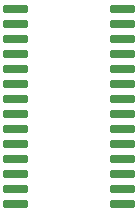
<source format=gbp>
G04 #@! TF.GenerationSoftware,KiCad,Pcbnew,(5.1.9)-1*
G04 #@! TF.CreationDate,2021-05-29T13:56:15+09:00*
G04 #@! TF.ProjectId,green_pomp4,67726565-6e5f-4706-9f6d-70342e6b6963,rev?*
G04 #@! TF.SameCoordinates,Original*
G04 #@! TF.FileFunction,Paste,Bot*
G04 #@! TF.FilePolarity,Positive*
%FSLAX46Y46*%
G04 Gerber Fmt 4.6, Leading zero omitted, Abs format (unit mm)*
G04 Created by KiCad (PCBNEW (5.1.9)-1) date 2021-05-29 13:56:15*
%MOMM*%
%LPD*%
G01*
G04 APERTURE LIST*
G04 APERTURE END LIST*
G04 #@! TO.C,U3*
G36*
G01*
X82599000Y-69650000D02*
X82599000Y-70050000D01*
G75*
G02*
X82469000Y-70180000I-130000J0D01*
G01*
X80599000Y-70180000D01*
G75*
G02*
X80469000Y-70050000I0J130000D01*
G01*
X80469000Y-69650000D01*
G75*
G02*
X80599000Y-69520000I130000J0D01*
G01*
X82469000Y-69520000D01*
G75*
G02*
X82599000Y-69650000I0J-130000D01*
G01*
G37*
G36*
G01*
X82599000Y-70920000D02*
X82599000Y-71320000D01*
G75*
G02*
X82469000Y-71450000I-130000J0D01*
G01*
X80599000Y-71450000D01*
G75*
G02*
X80469000Y-71320000I0J130000D01*
G01*
X80469000Y-70920000D01*
G75*
G02*
X80599000Y-70790000I130000J0D01*
G01*
X82469000Y-70790000D01*
G75*
G02*
X82599000Y-70920000I0J-130000D01*
G01*
G37*
G36*
G01*
X82599000Y-72190000D02*
X82599000Y-72590000D01*
G75*
G02*
X82469000Y-72720000I-130000J0D01*
G01*
X80599000Y-72720000D01*
G75*
G02*
X80469000Y-72590000I0J130000D01*
G01*
X80469000Y-72190000D01*
G75*
G02*
X80599000Y-72060000I130000J0D01*
G01*
X82469000Y-72060000D01*
G75*
G02*
X82599000Y-72190000I0J-130000D01*
G01*
G37*
G36*
G01*
X82599000Y-73460000D02*
X82599000Y-73860000D01*
G75*
G02*
X82469000Y-73990000I-130000J0D01*
G01*
X80599000Y-73990000D01*
G75*
G02*
X80469000Y-73860000I0J130000D01*
G01*
X80469000Y-73460000D01*
G75*
G02*
X80599000Y-73330000I130000J0D01*
G01*
X82469000Y-73330000D01*
G75*
G02*
X82599000Y-73460000I0J-130000D01*
G01*
G37*
G36*
G01*
X82599000Y-74730000D02*
X82599000Y-75130000D01*
G75*
G02*
X82469000Y-75260000I-130000J0D01*
G01*
X80599000Y-75260000D01*
G75*
G02*
X80469000Y-75130000I0J130000D01*
G01*
X80469000Y-74730000D01*
G75*
G02*
X80599000Y-74600000I130000J0D01*
G01*
X82469000Y-74600000D01*
G75*
G02*
X82599000Y-74730000I0J-130000D01*
G01*
G37*
G36*
G01*
X82599000Y-76000000D02*
X82599000Y-76400000D01*
G75*
G02*
X82469000Y-76530000I-130000J0D01*
G01*
X80599000Y-76530000D01*
G75*
G02*
X80469000Y-76400000I0J130000D01*
G01*
X80469000Y-76000000D01*
G75*
G02*
X80599000Y-75870000I130000J0D01*
G01*
X82469000Y-75870000D01*
G75*
G02*
X82599000Y-76000000I0J-130000D01*
G01*
G37*
G36*
G01*
X82599000Y-77270000D02*
X82599000Y-77670000D01*
G75*
G02*
X82469000Y-77800000I-130000J0D01*
G01*
X80599000Y-77800000D01*
G75*
G02*
X80469000Y-77670000I0J130000D01*
G01*
X80469000Y-77270000D01*
G75*
G02*
X80599000Y-77140000I130000J0D01*
G01*
X82469000Y-77140000D01*
G75*
G02*
X82599000Y-77270000I0J-130000D01*
G01*
G37*
G36*
G01*
X82599000Y-78540000D02*
X82599000Y-78940000D01*
G75*
G02*
X82469000Y-79070000I-130000J0D01*
G01*
X80599000Y-79070000D01*
G75*
G02*
X80469000Y-78940000I0J130000D01*
G01*
X80469000Y-78540000D01*
G75*
G02*
X80599000Y-78410000I130000J0D01*
G01*
X82469000Y-78410000D01*
G75*
G02*
X82599000Y-78540000I0J-130000D01*
G01*
G37*
G36*
G01*
X82599000Y-79810000D02*
X82599000Y-80210000D01*
G75*
G02*
X82469000Y-80340000I-130000J0D01*
G01*
X80599000Y-80340000D01*
G75*
G02*
X80469000Y-80210000I0J130000D01*
G01*
X80469000Y-79810000D01*
G75*
G02*
X80599000Y-79680000I130000J0D01*
G01*
X82469000Y-79680000D01*
G75*
G02*
X82599000Y-79810000I0J-130000D01*
G01*
G37*
G36*
G01*
X82599000Y-81080000D02*
X82599000Y-81480000D01*
G75*
G02*
X82469000Y-81610000I-130000J0D01*
G01*
X80599000Y-81610000D01*
G75*
G02*
X80469000Y-81480000I0J130000D01*
G01*
X80469000Y-81080000D01*
G75*
G02*
X80599000Y-80950000I130000J0D01*
G01*
X82469000Y-80950000D01*
G75*
G02*
X82599000Y-81080000I0J-130000D01*
G01*
G37*
G36*
G01*
X82599000Y-82350000D02*
X82599000Y-82750000D01*
G75*
G02*
X82469000Y-82880000I-130000J0D01*
G01*
X80599000Y-82880000D01*
G75*
G02*
X80469000Y-82750000I0J130000D01*
G01*
X80469000Y-82350000D01*
G75*
G02*
X80599000Y-82220000I130000J0D01*
G01*
X82469000Y-82220000D01*
G75*
G02*
X82599000Y-82350000I0J-130000D01*
G01*
G37*
G36*
G01*
X82599000Y-83620000D02*
X82599000Y-84020000D01*
G75*
G02*
X82469000Y-84150000I-130000J0D01*
G01*
X80599000Y-84150000D01*
G75*
G02*
X80469000Y-84020000I0J130000D01*
G01*
X80469000Y-83620000D01*
G75*
G02*
X80599000Y-83490000I130000J0D01*
G01*
X82469000Y-83490000D01*
G75*
G02*
X82599000Y-83620000I0J-130000D01*
G01*
G37*
G36*
G01*
X82599000Y-84890000D02*
X82599000Y-85290000D01*
G75*
G02*
X82469000Y-85420000I-130000J0D01*
G01*
X80599000Y-85420000D01*
G75*
G02*
X80469000Y-85290000I0J130000D01*
G01*
X80469000Y-84890000D01*
G75*
G02*
X80599000Y-84760000I130000J0D01*
G01*
X82469000Y-84760000D01*
G75*
G02*
X82599000Y-84890000I0J-130000D01*
G01*
G37*
G36*
G01*
X82599000Y-86160000D02*
X82599000Y-86560000D01*
G75*
G02*
X82469000Y-86690000I-130000J0D01*
G01*
X80599000Y-86690000D01*
G75*
G02*
X80469000Y-86560000I0J130000D01*
G01*
X80469000Y-86160000D01*
G75*
G02*
X80599000Y-86030000I130000J0D01*
G01*
X82469000Y-86030000D01*
G75*
G02*
X82599000Y-86160000I0J-130000D01*
G01*
G37*
G36*
G01*
X73599000Y-86160000D02*
X73599000Y-86560000D01*
G75*
G02*
X73469000Y-86690000I-130000J0D01*
G01*
X71599000Y-86690000D01*
G75*
G02*
X71469000Y-86560000I0J130000D01*
G01*
X71469000Y-86160000D01*
G75*
G02*
X71599000Y-86030000I130000J0D01*
G01*
X73469000Y-86030000D01*
G75*
G02*
X73599000Y-86160000I0J-130000D01*
G01*
G37*
G36*
G01*
X73599000Y-84890000D02*
X73599000Y-85290000D01*
G75*
G02*
X73469000Y-85420000I-130000J0D01*
G01*
X71599000Y-85420000D01*
G75*
G02*
X71469000Y-85290000I0J130000D01*
G01*
X71469000Y-84890000D01*
G75*
G02*
X71599000Y-84760000I130000J0D01*
G01*
X73469000Y-84760000D01*
G75*
G02*
X73599000Y-84890000I0J-130000D01*
G01*
G37*
G36*
G01*
X73599000Y-83620000D02*
X73599000Y-84020000D01*
G75*
G02*
X73469000Y-84150000I-130000J0D01*
G01*
X71599000Y-84150000D01*
G75*
G02*
X71469000Y-84020000I0J130000D01*
G01*
X71469000Y-83620000D01*
G75*
G02*
X71599000Y-83490000I130000J0D01*
G01*
X73469000Y-83490000D01*
G75*
G02*
X73599000Y-83620000I0J-130000D01*
G01*
G37*
G36*
G01*
X73599000Y-82350000D02*
X73599000Y-82750000D01*
G75*
G02*
X73469000Y-82880000I-130000J0D01*
G01*
X71599000Y-82880000D01*
G75*
G02*
X71469000Y-82750000I0J130000D01*
G01*
X71469000Y-82350000D01*
G75*
G02*
X71599000Y-82220000I130000J0D01*
G01*
X73469000Y-82220000D01*
G75*
G02*
X73599000Y-82350000I0J-130000D01*
G01*
G37*
G36*
G01*
X73599000Y-81080000D02*
X73599000Y-81480000D01*
G75*
G02*
X73469000Y-81610000I-130000J0D01*
G01*
X71599000Y-81610000D01*
G75*
G02*
X71469000Y-81480000I0J130000D01*
G01*
X71469000Y-81080000D01*
G75*
G02*
X71599000Y-80950000I130000J0D01*
G01*
X73469000Y-80950000D01*
G75*
G02*
X73599000Y-81080000I0J-130000D01*
G01*
G37*
G36*
G01*
X73599000Y-79810000D02*
X73599000Y-80210000D01*
G75*
G02*
X73469000Y-80340000I-130000J0D01*
G01*
X71599000Y-80340000D01*
G75*
G02*
X71469000Y-80210000I0J130000D01*
G01*
X71469000Y-79810000D01*
G75*
G02*
X71599000Y-79680000I130000J0D01*
G01*
X73469000Y-79680000D01*
G75*
G02*
X73599000Y-79810000I0J-130000D01*
G01*
G37*
G36*
G01*
X73599000Y-78540000D02*
X73599000Y-78940000D01*
G75*
G02*
X73469000Y-79070000I-130000J0D01*
G01*
X71599000Y-79070000D01*
G75*
G02*
X71469000Y-78940000I0J130000D01*
G01*
X71469000Y-78540000D01*
G75*
G02*
X71599000Y-78410000I130000J0D01*
G01*
X73469000Y-78410000D01*
G75*
G02*
X73599000Y-78540000I0J-130000D01*
G01*
G37*
G36*
G01*
X73599000Y-77270000D02*
X73599000Y-77670000D01*
G75*
G02*
X73469000Y-77800000I-130000J0D01*
G01*
X71599000Y-77800000D01*
G75*
G02*
X71469000Y-77670000I0J130000D01*
G01*
X71469000Y-77270000D01*
G75*
G02*
X71599000Y-77140000I130000J0D01*
G01*
X73469000Y-77140000D01*
G75*
G02*
X73599000Y-77270000I0J-130000D01*
G01*
G37*
G36*
G01*
X73599000Y-76000000D02*
X73599000Y-76400000D01*
G75*
G02*
X73469000Y-76530000I-130000J0D01*
G01*
X71599000Y-76530000D01*
G75*
G02*
X71469000Y-76400000I0J130000D01*
G01*
X71469000Y-76000000D01*
G75*
G02*
X71599000Y-75870000I130000J0D01*
G01*
X73469000Y-75870000D01*
G75*
G02*
X73599000Y-76000000I0J-130000D01*
G01*
G37*
G36*
G01*
X73599000Y-74730000D02*
X73599000Y-75130000D01*
G75*
G02*
X73469000Y-75260000I-130000J0D01*
G01*
X71599000Y-75260000D01*
G75*
G02*
X71469000Y-75130000I0J130000D01*
G01*
X71469000Y-74730000D01*
G75*
G02*
X71599000Y-74600000I130000J0D01*
G01*
X73469000Y-74600000D01*
G75*
G02*
X73599000Y-74730000I0J-130000D01*
G01*
G37*
G36*
G01*
X73599000Y-73460000D02*
X73599000Y-73860000D01*
G75*
G02*
X73469000Y-73990000I-130000J0D01*
G01*
X71599000Y-73990000D01*
G75*
G02*
X71469000Y-73860000I0J130000D01*
G01*
X71469000Y-73460000D01*
G75*
G02*
X71599000Y-73330000I130000J0D01*
G01*
X73469000Y-73330000D01*
G75*
G02*
X73599000Y-73460000I0J-130000D01*
G01*
G37*
G36*
G01*
X73599000Y-72190000D02*
X73599000Y-72590000D01*
G75*
G02*
X73469000Y-72720000I-130000J0D01*
G01*
X71599000Y-72720000D01*
G75*
G02*
X71469000Y-72590000I0J130000D01*
G01*
X71469000Y-72190000D01*
G75*
G02*
X71599000Y-72060000I130000J0D01*
G01*
X73469000Y-72060000D01*
G75*
G02*
X73599000Y-72190000I0J-130000D01*
G01*
G37*
G36*
G01*
X73599000Y-70920000D02*
X73599000Y-71320000D01*
G75*
G02*
X73469000Y-71450000I-130000J0D01*
G01*
X71599000Y-71450000D01*
G75*
G02*
X71469000Y-71320000I0J130000D01*
G01*
X71469000Y-70920000D01*
G75*
G02*
X71599000Y-70790000I130000J0D01*
G01*
X73469000Y-70790000D01*
G75*
G02*
X73599000Y-70920000I0J-130000D01*
G01*
G37*
G36*
G01*
X73599000Y-69650000D02*
X73599000Y-70050000D01*
G75*
G02*
X73469000Y-70180000I-130000J0D01*
G01*
X71599000Y-70180000D01*
G75*
G02*
X71469000Y-70050000I0J130000D01*
G01*
X71469000Y-69650000D01*
G75*
G02*
X71599000Y-69520000I130000J0D01*
G01*
X73469000Y-69520000D01*
G75*
G02*
X73599000Y-69650000I0J-130000D01*
G01*
G37*
G04 #@! TD*
M02*

</source>
